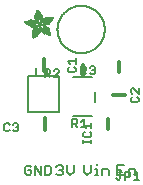
<source format=gbr>
G04 EAGLE Gerber RS-274X export*
G75*
%MOMM*%
%FSLAX34Y34*%
%LPD*%
%INSilkscreen Top*%
%IPPOS*%
%AMOC8*
5,1,8,0,0,1.08239X$1,22.5*%
G01*
%ADD10C,0.127000*%
%ADD11C,0.152400*%
%ADD12C,0.304800*%
%ADD13C,0.203200*%
%ADD14R,0.003800X0.034300*%
%ADD15R,0.003800X0.057200*%
%ADD16R,0.003800X0.076200*%
%ADD17R,0.003800X0.091400*%
%ADD18R,0.003800X0.102900*%
%ADD19R,0.003900X0.114300*%
%ADD20R,0.003800X0.129500*%
%ADD21R,0.003800X0.137200*%
%ADD22R,0.003800X0.144800*%
%ADD23R,0.003800X0.152400*%
%ADD24R,0.003800X0.160000*%
%ADD25R,0.003800X0.171500*%
%ADD26R,0.003800X0.175300*%
%ADD27R,0.003800X0.182900*%
%ADD28R,0.003800X0.190500*%
%ADD29R,0.003900X0.194300*%
%ADD30R,0.003800X0.201900*%
%ADD31R,0.003800X0.209500*%
%ADD32R,0.003800X0.213400*%
%ADD33R,0.003800X0.221000*%
%ADD34R,0.003800X0.224800*%
%ADD35R,0.003800X0.232400*%
%ADD36R,0.003800X0.240000*%
%ADD37R,0.003800X0.243800*%
%ADD38R,0.003800X0.247600*%
%ADD39R,0.003900X0.255300*%
%ADD40R,0.003800X0.259100*%
%ADD41R,0.003800X0.262900*%
%ADD42R,0.003800X0.270500*%
%ADD43R,0.003800X0.274300*%
%ADD44R,0.003800X0.281900*%
%ADD45R,0.003800X0.285700*%
%ADD46R,0.003800X0.289500*%
%ADD47R,0.003800X0.297200*%
%ADD48R,0.003800X0.301000*%
%ADD49R,0.003900X0.304800*%
%ADD50R,0.003800X0.312400*%
%ADD51R,0.003800X0.316200*%
%ADD52R,0.003800X0.320000*%
%ADD53R,0.003800X0.327600*%
%ADD54R,0.003800X0.331500*%
%ADD55R,0.003800X0.339100*%
%ADD56R,0.003800X0.342900*%
%ADD57R,0.003800X0.346700*%
%ADD58R,0.003800X0.354300*%
%ADD59R,0.003900X0.358100*%
%ADD60R,0.003800X0.361900*%
%ADD61R,0.003800X0.369600*%
%ADD62R,0.003800X0.373400*%
%ADD63R,0.003800X0.377200*%
%ADD64R,0.003800X0.384800*%
%ADD65R,0.003800X0.388600*%
%ADD66R,0.003800X0.396200*%
%ADD67R,0.003800X0.400000*%
%ADD68R,0.003800X0.403800*%
%ADD69R,0.003900X0.411500*%
%ADD70R,0.003800X0.415300*%
%ADD71R,0.003800X0.419100*%
%ADD72R,0.003800X0.045700*%
%ADD73R,0.003800X0.426700*%
%ADD74R,0.003800X0.072400*%
%ADD75R,0.003800X0.430500*%
%ADD76R,0.003800X0.095300*%
%ADD77R,0.003800X0.438100*%
%ADD78R,0.003800X0.110500*%
%ADD79R,0.003800X0.441900*%
%ADD80R,0.003800X0.445800*%
%ADD81R,0.003800X0.144700*%
%ADD82R,0.003800X0.453400*%
%ADD83R,0.003800X0.457200*%
%ADD84R,0.003900X0.175300*%
%ADD85R,0.003900X0.461000*%
%ADD86R,0.003800X0.468600*%
%ADD87R,0.003800X0.205800*%
%ADD88R,0.003800X0.472400*%
%ADD89R,0.003800X0.217200*%
%ADD90R,0.003800X0.476200*%
%ADD91R,0.003800X0.483900*%
%ADD92R,0.003800X0.247700*%
%ADD93R,0.003800X0.487700*%
%ADD94R,0.003800X0.495300*%
%ADD95R,0.003800X0.499100*%
%ADD96R,0.003800X0.502900*%
%ADD97R,0.003800X0.510500*%
%ADD98R,0.003900X0.308600*%
%ADD99R,0.003900X0.514300*%
%ADD100R,0.003800X0.323800*%
%ADD101R,0.003800X0.518100*%
%ADD102R,0.003800X0.335300*%
%ADD103R,0.003800X0.525800*%
%ADD104R,0.003800X0.529600*%
%ADD105R,0.003800X0.358100*%
%ADD106R,0.003800X0.533400*%
%ADD107R,0.003800X0.537200*%
%ADD108R,0.003800X0.381000*%
%ADD109R,0.003800X0.544800*%
%ADD110R,0.003800X0.392400*%
%ADD111R,0.003800X0.548600*%
%ADD112R,0.003800X0.552400*%
%ADD113R,0.003800X0.556200*%
%ADD114R,0.003900X0.422900*%
%ADD115R,0.003900X0.560100*%
%ADD116R,0.003800X0.434300*%
%ADD117R,0.003800X0.563900*%
%ADD118R,0.003800X0.567700*%
%ADD119R,0.003800X0.461000*%
%ADD120R,0.003800X0.571500*%
%ADD121R,0.003800X0.575300*%
%ADD122R,0.003800X0.480100*%
%ADD123R,0.003800X0.579100*%
%ADD124R,0.003800X0.491500*%
%ADD125R,0.003800X0.582900*%
%ADD126R,0.003800X0.586700*%
%ADD127R,0.003800X0.510600*%
%ADD128R,0.003800X0.590500*%
%ADD129R,0.003800X0.522000*%
%ADD130R,0.003800X0.594300*%
%ADD131R,0.003900X0.533400*%
%ADD132R,0.003900X0.598200*%
%ADD133R,0.003800X0.541000*%
%ADD134R,0.003800X0.602000*%
%ADD135R,0.003800X0.552500*%
%ADD136R,0.003800X0.605800*%
%ADD137R,0.003800X0.560100*%
%ADD138R,0.003800X0.609600*%
%ADD139R,0.003800X0.613400*%
%ADD140R,0.003800X0.583000*%
%ADD141R,0.003800X0.617200*%
%ADD142R,0.003800X0.594400*%
%ADD143R,0.003800X0.621000*%
%ADD144R,0.003800X0.598200*%
%ADD145R,0.003800X0.624800*%
%ADD146R,0.003900X0.613500*%
%ADD147R,0.003900X0.628600*%
%ADD148R,0.003800X0.632400*%
%ADD149R,0.003800X0.628600*%
%ADD150R,0.003800X0.636300*%
%ADD151R,0.003800X0.640100*%
%ADD152R,0.003800X0.636200*%
%ADD153R,0.003800X0.643900*%
%ADD154R,0.003800X0.647700*%
%ADD155R,0.003800X0.651500*%
%ADD156R,0.003800X0.659100*%
%ADD157R,0.003900X0.659100*%
%ADD158R,0.003900X0.655300*%
%ADD159R,0.003800X0.662900*%
%ADD160R,0.003800X0.655300*%
%ADD161R,0.003800X0.670500*%
%ADD162R,0.003800X0.670600*%
%ADD163R,0.003800X0.674400*%
%ADD164R,0.003800X0.682000*%
%ADD165R,0.003800X0.666700*%
%ADD166R,0.003800X0.685800*%
%ADD167R,0.003800X0.689600*%
%ADD168R,0.003900X0.693400*%
%ADD169R,0.003900X0.674400*%
%ADD170R,0.003800X0.697200*%
%ADD171R,0.003800X0.678200*%
%ADD172R,0.003800X0.697300*%
%ADD173R,0.003800X0.701100*%
%ADD174R,0.003800X0.704900*%
%ADD175R,0.003800X0.708700*%
%ADD176R,0.003800X0.712500*%
%ADD177R,0.003800X0.716300*%
%ADD178R,0.003900X0.720100*%
%ADD179R,0.003900X0.689600*%
%ADD180R,0.003800X0.720000*%
%ADD181R,0.003800X0.693400*%
%ADD182R,0.003800X0.723900*%
%ADD183R,0.003800X0.727700*%
%ADD184R,0.003800X0.731500*%
%ADD185R,0.003800X0.701000*%
%ADD186R,0.003800X0.735300*%
%ADD187R,0.003900X0.731500*%
%ADD188R,0.003900X0.701000*%
%ADD189R,0.003800X0.704800*%
%ADD190R,0.003800X0.739100*%
%ADD191R,0.003800X0.743000*%
%ADD192R,0.003800X0.739200*%
%ADD193R,0.003900X0.743000*%
%ADD194R,0.003900X0.704800*%
%ADD195R,0.003800X0.746800*%
%ADD196R,0.003900X0.746800*%
%ADD197R,0.003800X0.742900*%
%ADD198R,0.003800X0.746700*%
%ADD199R,0.003900X0.746700*%
%ADD200R,0.003800X1.428800*%
%ADD201R,0.003800X1.424900*%
%ADD202R,0.003900X1.421100*%
%ADD203R,0.003800X1.421100*%
%ADD204R,0.003800X1.417300*%
%ADD205R,0.003800X1.413500*%
%ADD206R,0.003800X1.409700*%
%ADD207R,0.003800X1.405900*%
%ADD208R,0.003800X1.402100*%
%ADD209R,0.003800X1.398300*%
%ADD210R,0.003900X0.983000*%
%ADD211R,0.003900X0.384800*%
%ADD212R,0.003800X0.971600*%
%ADD213R,0.003800X0.963900*%
%ADD214R,0.003800X0.956300*%
%ADD215R,0.003800X0.365800*%
%ADD216R,0.003800X0.952500*%
%ADD217R,0.003800X0.941000*%
%ADD218R,0.003800X0.358200*%
%ADD219R,0.003800X0.937200*%
%ADD220R,0.003800X0.933400*%
%ADD221R,0.003800X0.354400*%
%ADD222R,0.003800X0.925800*%
%ADD223R,0.003800X0.350500*%
%ADD224R,0.003800X0.922000*%
%ADD225R,0.003900X0.918200*%
%ADD226R,0.003900X0.346700*%
%ADD227R,0.003800X0.910600*%
%ADD228R,0.003800X0.906800*%
%ADD229R,0.003800X0.903000*%
%ADD230R,0.003800X0.339000*%
%ADD231R,0.003800X0.895300*%
%ADD232R,0.003800X0.335200*%
%ADD233R,0.003800X0.887700*%
%ADD234R,0.003800X0.883900*%
%ADD235R,0.003800X0.331400*%
%ADD236R,0.003800X0.880100*%
%ADD237R,0.003800X0.876300*%
%ADD238R,0.003900X0.468600*%
%ADD239R,0.003900X0.396200*%
%ADD240R,0.003900X0.323800*%
%ADD241R,0.003800X0.449600*%
%ADD242R,0.003800X0.323900*%
%ADD243R,0.003800X0.442000*%
%ADD244R,0.003800X0.434400*%
%ADD245R,0.003800X0.320100*%
%ADD246R,0.003800X0.316300*%
%ADD247R,0.003800X0.426800*%
%ADD248R,0.003800X0.327700*%
%ADD249R,0.003800X0.312500*%
%ADD250R,0.003800X0.422900*%
%ADD251R,0.003800X0.308600*%
%ADD252R,0.003800X0.293400*%
%ADD253R,0.003800X0.304800*%
%ADD254R,0.003900X0.419100*%
%ADD255R,0.003900X0.285700*%
%ADD256R,0.003900X0.301000*%
%ADD257R,0.003800X0.411500*%
%ADD258R,0.003800X0.407700*%
%ADD259R,0.003800X0.289600*%
%ADD260R,0.003800X0.285800*%
%ADD261R,0.003800X0.403900*%
%ADD262R,0.003800X0.228600*%
%ADD263R,0.003900X0.403900*%
%ADD264R,0.003900X0.221000*%
%ADD265R,0.003900X0.278100*%
%ADD266R,0.003800X0.400100*%
%ADD267R,0.003800X0.209600*%
%ADD268R,0.003800X0.266700*%
%ADD269R,0.003800X0.038100*%
%ADD270R,0.003800X0.194300*%
%ADD271R,0.003800X0.148600*%
%ADD272R,0.003800X0.259000*%
%ADD273R,0.003800X0.182800*%
%ADD274R,0.003800X0.186700*%
%ADD275R,0.003800X0.251400*%
%ADD276R,0.003800X0.179100*%
%ADD277R,0.003800X0.236200*%
%ADD278R,0.003900X0.243900*%
%ADD279R,0.003900X0.282000*%
%ADD280R,0.003800X0.167700*%
%ADD281R,0.003800X0.236300*%
%ADD282R,0.003800X0.396300*%
%ADD283R,0.003800X0.163900*%
%ADD284R,0.003800X0.392500*%
%ADD285R,0.003800X0.160100*%
%ADD286R,0.003800X0.586800*%
%ADD287R,0.003800X0.148500*%
%ADD288R,0.003800X0.140900*%
%ADD289R,0.003900X0.392400*%
%ADD290R,0.003900X0.140900*%
%ADD291R,0.003900X0.647700*%
%ADD292R,0.003800X0.133300*%
%ADD293R,0.003800X0.674300*%
%ADD294R,0.003800X0.388700*%
%ADD295R,0.003800X0.125700*%
%ADD296R,0.003800X0.121900*%
%ADD297R,0.003800X0.720100*%
%ADD298R,0.003800X0.118100*%
%ADD299R,0.003900X0.118100*%
%ADD300R,0.003900X0.739100*%
%ADD301R,0.003800X0.114300*%
%ADD302R,0.003800X0.754400*%
%ADD303R,0.003800X0.765800*%
%ADD304R,0.003800X0.773400*%
%ADD305R,0.003800X0.784800*%
%ADD306R,0.003800X0.118200*%
%ADD307R,0.003800X0.792500*%
%ADD308R,0.003800X0.803900*%
%ADD309R,0.003800X0.122000*%
%ADD310R,0.003800X0.815400*%
%ADD311R,0.003800X0.125800*%
%ADD312R,0.003800X0.826800*%
%ADD313R,0.003900X0.369500*%
%ADD314R,0.003900X0.133400*%
%ADD315R,0.003900X0.842000*%
%ADD316R,0.003800X0.365700*%
%ADD317R,0.003800X1.009700*%
%ADD318R,0.003800X1.013500*%
%ADD319R,0.003800X0.362000*%
%ADD320R,0.003800X1.024900*%
%ADD321R,0.003800X1.028700*%
%ADD322R,0.003800X1.036300*%
%ADD323R,0.003800X1.047800*%
%ADD324R,0.003800X1.055400*%
%ADD325R,0.003800X1.070600*%
%ADD326R,0.003800X0.030500*%
%ADD327R,0.003800X1.436400*%
%ADD328R,0.003900X1.562100*%
%ADD329R,0.003800X1.588700*%
%ADD330R,0.003800X1.607800*%
%ADD331R,0.003800X1.626900*%
%ADD332R,0.003800X1.642100*%
%ADD333R,0.003800X1.657400*%
%ADD334R,0.003800X1.676400*%
%ADD335R,0.003800X1.687800*%
%ADD336R,0.003800X1.703000*%
%ADD337R,0.003800X1.714500*%
%ADD338R,0.003900X1.726000*%
%ADD339R,0.003800X1.741200*%
%ADD340R,0.003800X0.914400*%
%ADD341R,0.003800X0.769600*%
%ADD342R,0.003800X0.884000*%
%ADD343R,0.003800X0.712400*%
%ADD344R,0.003900X0.880100*%
%ADD345R,0.003800X0.887800*%
%ADD346R,0.003800X0.891600*%
%ADD347R,0.003800X0.895400*%
%ADD348R,0.003800X0.251500*%
%ADD349R,0.003900X0.579200*%
%ADD350R,0.003800X0.243900*%
%ADD351R,0.003800X0.556300*%
%ADD352R,0.003800X0.255200*%
%ADD353R,0.003800X0.529500*%
%ADD354R,0.003800X0.731600*%
%ADD355R,0.003900X0.525800*%
%ADD356R,0.003900X0.281900*%
%ADD357R,0.003900X0.735400*%
%ADD358R,0.003800X0.300900*%
%ADD359R,0.003800X0.762000*%
%ADD360R,0.003800X0.518200*%
%ADD361R,0.003800X0.350600*%
%ADD362R,0.003800X0.796300*%
%ADD363R,0.003800X0.807800*%
%ADD364R,0.003800X0.506700*%
%ADD365R,0.003800X0.849600*%
%ADD366R,0.003900X0.506700*%
%ADD367R,0.003900X1.371600*%
%ADD368R,0.003800X1.207800*%
%ADD369R,0.003800X0.503000*%
%ADD370R,0.003800X0.141000*%
%ADD371R,0.003800X1.203900*%
%ADD372R,0.003800X1.204000*%
%ADD373R,0.003800X1.200200*%
%ADD374R,0.003900X0.499100*%
%ADD375R,0.003900X0.156200*%
%ADD376R,0.003900X1.196400*%
%ADD377R,0.003800X1.196400*%
%ADD378R,0.003800X0.163800*%
%ADD379R,0.003800X0.167600*%
%ADD380R,0.003800X1.192500*%
%ADD381R,0.003800X0.499200*%
%ADD382R,0.003800X1.188700*%
%ADD383R,0.003800X0.506800*%
%ADD384R,0.003800X1.184900*%
%ADD385R,0.003900X0.510600*%
%ADD386R,0.003900X0.209600*%
%ADD387R,0.003900X1.181100*%
%ADD388R,0.003800X0.514400*%
%ADD389R,0.003800X1.181100*%
%ADD390R,0.003800X1.177300*%
%ADD391R,0.003800X0.240100*%
%ADD392R,0.003800X1.173500*%
%ADD393R,0.003800X1.169700*%
%ADD394R,0.003800X1.165900*%
%ADD395R,0.003800X1.162100*%
%ADD396R,0.003900X0.929700*%
%ADD397R,0.003900X1.162100*%
%ADD398R,0.003800X0.929700*%
%ADD399R,0.003800X1.154500*%
%ADD400R,0.003800X0.933500*%
%ADD401R,0.003800X1.150600*%
%ADD402R,0.003800X0.937300*%
%ADD403R,0.003800X1.146800*%
%ADD404R,0.003800X0.941100*%
%ADD405R,0.003800X1.139200*%
%ADD406R,0.003800X0.944900*%
%ADD407R,0.003800X1.135400*%
%ADD408R,0.003800X0.948700*%
%ADD409R,0.003800X1.127800*%
%ADD410R,0.003800X1.124000*%
%ADD411R,0.003800X1.116400*%
%ADD412R,0.003900X0.956300*%
%ADD413R,0.003900X1.104900*%
%ADD414R,0.003800X0.960100*%
%ADD415R,0.003800X1.093500*%
%ADD416R,0.003800X1.085900*%
%ADD417R,0.003800X0.967800*%
%ADD418R,0.003800X1.074500*%
%ADD419R,0.003800X1.063000*%
%ADD420R,0.003800X0.975400*%
%ADD421R,0.003800X1.036400*%
%ADD422R,0.003800X0.979200*%
%ADD423R,0.003800X1.021000*%
%ADD424R,0.003800X0.983000*%
%ADD425R,0.003800X1.009600*%
%ADD426R,0.003800X0.986800*%
%ADD427R,0.003800X0.998200*%
%ADD428R,0.003900X0.990600*%
%ADD429R,0.003900X0.986700*%
%ADD430R,0.003800X0.994400*%
%ADD431R,0.003800X0.975300*%
%ADD432R,0.003800X0.948600*%
%ADD433R,0.003800X1.002000*%
%ADD434R,0.003800X0.213300*%
%ADD435R,0.003800X0.217100*%
%ADD436R,0.003800X1.017300*%
%ADD437R,0.003800X0.666800*%
%ADD438R,0.003800X0.220900*%
%ADD439R,0.003900X1.028700*%
%ADD440R,0.003900X0.224700*%
%ADD441R,0.003800X1.032500*%
%ADD442R,0.003800X1.040100*%
%ADD443R,0.003800X1.043900*%
%ADD444R,0.003800X0.548700*%
%ADD445R,0.003800X1.051500*%
%ADD446R,0.003800X1.055300*%
%ADD447R,0.003800X1.059100*%
%ADD448R,0.003800X1.062900*%
%ADD449R,0.003800X0.255300*%
%ADD450R,0.003900X1.066800*%
%ADD451R,0.003900X0.259100*%
%ADD452R,0.003900X0.457200*%
%ADD453R,0.003800X0.423000*%
%ADD454R,0.003800X1.082100*%
%ADD455R,0.003800X0.274400*%
%ADD456R,0.003800X0.278200*%
%ADD457R,0.003800X1.101100*%
%ADD458R,0.003800X0.278100*%
%ADD459R,0.003900X0.876300*%
%ADD460R,0.003900X0.236200*%
%ADD461R,0.003900X0.289600*%
%ADD462R,0.003900X0.247700*%
%ADD463R,0.003800X0.049500*%
%ADD464R,0.003900X0.640100*%
%ADD465R,0.003800X0.659200*%
%ADD466R,0.003800X0.663000*%
%ADD467R,0.003900X0.872500*%
%ADD468R,0.003900X0.666800*%
%ADD469R,0.003800X0.872500*%
%ADD470R,0.003800X0.868700*%
%ADD471R,0.003800X0.864900*%
%ADD472R,0.003800X0.861100*%
%ADD473R,0.003800X0.857300*%
%ADD474R,0.003800X0.853400*%
%ADD475R,0.003800X0.845800*%
%ADD476R,0.003900X0.682000*%
%ADD477R,0.003800X0.842000*%
%ADD478R,0.003800X0.834400*%
%ADD479R,0.003800X0.823000*%
%ADD480R,0.003800X0.815300*%
%ADD481R,0.003800X0.811500*%
%ADD482R,0.003800X0.788700*%
%ADD483R,0.003900X0.777300*%
%ADD484R,0.003800X0.750600*%
%ADD485R,0.003800X0.735400*%
%ADD486R,0.003800X0.727800*%
%ADD487R,0.003800X0.628700*%
%ADD488R,0.003800X0.575400*%
%ADD489R,0.003900X0.670600*%
%ADD490R,0.003800X0.655400*%
%ADD491R,0.003900X0.651500*%
%ADD492R,0.003900X0.624800*%
%ADD493R,0.003900X0.594400*%
%ADD494R,0.003900X0.563900*%
%ADD495R,0.003800X0.541100*%
%ADD496R,0.003800X0.537300*%
%ADD497R,0.003800X0.525700*%
%ADD498R,0.003900X0.525700*%
%ADD499R,0.003800X0.514300*%
%ADD500R,0.003900X0.480100*%
%ADD501R,0.003800X0.464800*%
%ADD502R,0.003900X0.442000*%
%ADD503R,0.003800X0.438200*%
%ADD504R,0.003800X0.430600*%
%ADD505R,0.003800X0.407600*%
%ADD506R,0.003900X0.403800*%
%ADD507R,0.003900X0.365700*%
%ADD508R,0.003900X0.327700*%
%ADD509R,0.003900X0.243800*%
%ADD510R,0.003900X0.205800*%
%ADD511R,0.003800X0.198100*%
%ADD512R,0.003900X0.163800*%
%ADD513R,0.003800X0.137100*%
%ADD514R,0.003900X0.091500*%
%ADD515R,0.003800X0.060900*%


D10*
X8681Y10165D02*
X7410Y11437D01*
X4867Y11437D01*
X3596Y10165D01*
X3596Y5081D01*
X4867Y3810D01*
X7410Y3810D01*
X8681Y5081D01*
X8681Y7623D01*
X6138Y7623D01*
X11782Y3810D02*
X11782Y11437D01*
X16866Y3810D01*
X16866Y11437D01*
X19968Y11437D02*
X19968Y3810D01*
X23781Y3810D01*
X25052Y5081D01*
X25052Y10165D01*
X23781Y11437D01*
X19968Y11437D01*
D11*
X29507Y10505D02*
X30947Y11945D01*
X33829Y11945D01*
X35269Y10505D01*
X35269Y9064D01*
X33829Y7624D01*
X32388Y7624D01*
X33829Y7624D02*
X35269Y6183D01*
X35269Y4743D01*
X33829Y3302D01*
X30947Y3302D01*
X29507Y4743D01*
X38862Y6183D02*
X38862Y11945D01*
X38862Y6183D02*
X41743Y3302D01*
X44624Y6183D01*
X44624Y11945D01*
X53058Y11945D02*
X53058Y6183D01*
X55940Y3302D01*
X58821Y6183D01*
X58821Y11945D01*
X62414Y9064D02*
X63854Y9064D01*
X63854Y3302D01*
X62414Y3302D02*
X65295Y3302D01*
X63854Y11945D02*
X63854Y13386D01*
X68650Y9064D02*
X68650Y3302D01*
X68650Y9064D02*
X72972Y9064D01*
X74413Y7624D01*
X74413Y3302D01*
X81577Y11945D02*
X87339Y11945D01*
X81577Y11945D02*
X81577Y3302D01*
X87339Y3302D01*
X84458Y7624D02*
X81577Y7624D01*
X90932Y9064D02*
X90932Y3302D01*
X90932Y9064D02*
X95254Y9064D01*
X96694Y7624D01*
X96694Y3302D01*
D10*
X6050Y57390D02*
X6050Y87390D01*
X32050Y87390D01*
X32050Y57390D01*
X6050Y57390D01*
D11*
X12652Y87932D02*
X12652Y94542D01*
X12652Y87932D02*
X17058Y87932D01*
X20136Y92338D02*
X22339Y94542D01*
X22339Y87932D01*
X20136Y87932D02*
X24543Y87932D01*
D12*
X19050Y91440D02*
X19050Y101600D01*
D11*
X39491Y93874D02*
X40593Y94975D01*
X39491Y93874D02*
X39491Y91670D01*
X40593Y90569D01*
X44999Y90569D01*
X46101Y91670D01*
X46101Y93874D01*
X44999Y94975D01*
X41695Y98053D02*
X39491Y100256D01*
X46101Y100256D01*
X46101Y98053D02*
X46101Y102459D01*
D12*
X77470Y71120D02*
X87630Y71120D01*
D11*
X92831Y68474D02*
X93933Y69575D01*
X92831Y68474D02*
X92831Y66270D01*
X93933Y65169D01*
X98339Y65169D01*
X99441Y66270D01*
X99441Y68474D01*
X98339Y69575D01*
X99441Y72653D02*
X99441Y77059D01*
X99441Y72653D02*
X95035Y77059D01*
X93933Y77059D01*
X92831Y75958D01*
X92831Y73754D01*
X93933Y72653D01*
D13*
X30800Y127000D02*
X30806Y127491D01*
X30824Y127981D01*
X30854Y128471D01*
X30896Y128960D01*
X30950Y129448D01*
X31016Y129935D01*
X31094Y130419D01*
X31184Y130902D01*
X31286Y131382D01*
X31399Y131860D01*
X31524Y132334D01*
X31661Y132806D01*
X31809Y133274D01*
X31969Y133738D01*
X32140Y134198D01*
X32322Y134654D01*
X32516Y135105D01*
X32720Y135551D01*
X32936Y135992D01*
X33162Y136428D01*
X33398Y136858D01*
X33645Y137282D01*
X33903Y137700D01*
X34171Y138111D01*
X34448Y138516D01*
X34736Y138914D01*
X35033Y139305D01*
X35340Y139688D01*
X35656Y140063D01*
X35981Y140431D01*
X36315Y140791D01*
X36658Y141142D01*
X37009Y141485D01*
X37369Y141819D01*
X37737Y142144D01*
X38112Y142460D01*
X38495Y142767D01*
X38886Y143064D01*
X39284Y143352D01*
X39689Y143629D01*
X40100Y143897D01*
X40518Y144155D01*
X40942Y144402D01*
X41372Y144638D01*
X41808Y144864D01*
X42249Y145080D01*
X42695Y145284D01*
X43146Y145478D01*
X43602Y145660D01*
X44062Y145831D01*
X44526Y145991D01*
X44994Y146139D01*
X45466Y146276D01*
X45940Y146401D01*
X46418Y146514D01*
X46898Y146616D01*
X47381Y146706D01*
X47865Y146784D01*
X48352Y146850D01*
X48840Y146904D01*
X49329Y146946D01*
X49819Y146976D01*
X50309Y146994D01*
X50800Y147000D01*
X51291Y146994D01*
X51781Y146976D01*
X52271Y146946D01*
X52760Y146904D01*
X53248Y146850D01*
X53735Y146784D01*
X54219Y146706D01*
X54702Y146616D01*
X55182Y146514D01*
X55660Y146401D01*
X56134Y146276D01*
X56606Y146139D01*
X57074Y145991D01*
X57538Y145831D01*
X57998Y145660D01*
X58454Y145478D01*
X58905Y145284D01*
X59351Y145080D01*
X59792Y144864D01*
X60228Y144638D01*
X60658Y144402D01*
X61082Y144155D01*
X61500Y143897D01*
X61911Y143629D01*
X62316Y143352D01*
X62714Y143064D01*
X63105Y142767D01*
X63488Y142460D01*
X63863Y142144D01*
X64231Y141819D01*
X64591Y141485D01*
X64942Y141142D01*
X65285Y140791D01*
X65619Y140431D01*
X65944Y140063D01*
X66260Y139688D01*
X66567Y139305D01*
X66864Y138914D01*
X67152Y138516D01*
X67429Y138111D01*
X67697Y137700D01*
X67955Y137282D01*
X68202Y136858D01*
X68438Y136428D01*
X68664Y135992D01*
X68880Y135551D01*
X69084Y135105D01*
X69278Y134654D01*
X69460Y134198D01*
X69631Y133738D01*
X69791Y133274D01*
X69939Y132806D01*
X70076Y132334D01*
X70201Y131860D01*
X70314Y131382D01*
X70416Y130902D01*
X70506Y130419D01*
X70584Y129935D01*
X70650Y129448D01*
X70704Y128960D01*
X70746Y128471D01*
X70776Y127981D01*
X70794Y127491D01*
X70800Y127000D01*
X70794Y126509D01*
X70776Y126019D01*
X70746Y125529D01*
X70704Y125040D01*
X70650Y124552D01*
X70584Y124065D01*
X70506Y123581D01*
X70416Y123098D01*
X70314Y122618D01*
X70201Y122140D01*
X70076Y121666D01*
X69939Y121194D01*
X69791Y120726D01*
X69631Y120262D01*
X69460Y119802D01*
X69278Y119346D01*
X69084Y118895D01*
X68880Y118449D01*
X68664Y118008D01*
X68438Y117572D01*
X68202Y117142D01*
X67955Y116718D01*
X67697Y116300D01*
X67429Y115889D01*
X67152Y115484D01*
X66864Y115086D01*
X66567Y114695D01*
X66260Y114312D01*
X65944Y113937D01*
X65619Y113569D01*
X65285Y113209D01*
X64942Y112858D01*
X64591Y112515D01*
X64231Y112181D01*
X63863Y111856D01*
X63488Y111540D01*
X63105Y111233D01*
X62714Y110936D01*
X62316Y110648D01*
X61911Y110371D01*
X61500Y110103D01*
X61082Y109845D01*
X60658Y109598D01*
X60228Y109362D01*
X59792Y109136D01*
X59351Y108920D01*
X58905Y108716D01*
X58454Y108522D01*
X57998Y108340D01*
X57538Y108169D01*
X57074Y108009D01*
X56606Y107861D01*
X56134Y107724D01*
X55660Y107599D01*
X55182Y107486D01*
X54702Y107384D01*
X54219Y107294D01*
X53735Y107216D01*
X53248Y107150D01*
X52760Y107096D01*
X52271Y107054D01*
X51781Y107024D01*
X51291Y107006D01*
X50800Y107000D01*
X50309Y107006D01*
X49819Y107024D01*
X49329Y107054D01*
X48840Y107096D01*
X48352Y107150D01*
X47865Y107216D01*
X47381Y107294D01*
X46898Y107384D01*
X46418Y107486D01*
X45940Y107599D01*
X45466Y107724D01*
X44994Y107861D01*
X44526Y108009D01*
X44062Y108169D01*
X43602Y108340D01*
X43146Y108522D01*
X42695Y108716D01*
X42249Y108920D01*
X41808Y109136D01*
X41372Y109362D01*
X40942Y109598D01*
X40518Y109845D01*
X40100Y110103D01*
X39689Y110371D01*
X39284Y110648D01*
X38886Y110936D01*
X38495Y111233D01*
X38112Y111540D01*
X37737Y111856D01*
X37369Y112181D01*
X37009Y112515D01*
X36658Y112858D01*
X36315Y113209D01*
X35981Y113569D01*
X35656Y113937D01*
X35340Y114312D01*
X35033Y114695D01*
X34736Y115086D01*
X34448Y115484D01*
X34171Y115889D01*
X33903Y116300D01*
X33645Y116718D01*
X33398Y117142D01*
X33162Y117572D01*
X32936Y118008D01*
X32720Y118449D01*
X32516Y118895D01*
X32322Y119346D01*
X32140Y119802D01*
X31969Y120262D01*
X31809Y120726D01*
X31661Y121194D01*
X31524Y121666D01*
X31399Y122140D01*
X31286Y122618D01*
X31184Y123098D01*
X31094Y123581D01*
X31016Y124065D01*
X30950Y124552D01*
X30896Y125040D01*
X30854Y125529D01*
X30824Y126019D01*
X30806Y126509D01*
X30800Y127000D01*
D14*
X27940Y136449D03*
D15*
X27902Y136449D03*
D16*
X27864Y136430D03*
D17*
X27826Y136430D03*
D18*
X27788Y136449D03*
D19*
X27750Y136430D03*
D20*
X27711Y136430D03*
D21*
X27673Y136430D03*
D22*
X27635Y136430D03*
D23*
X27597Y136392D03*
D24*
X27559Y136392D03*
D25*
X27521Y136373D03*
D26*
X27483Y136354D03*
D27*
X27445Y136354D03*
D28*
X27407Y136316D03*
D29*
X27369Y136297D03*
D30*
X27330Y136297D03*
D31*
X27292Y136259D03*
D32*
X27254Y136239D03*
D33*
X27216Y136201D03*
D34*
X27178Y136182D03*
D35*
X27140Y136182D03*
D36*
X27102Y136144D03*
D37*
X27064Y136125D03*
D38*
X27026Y136106D03*
D39*
X26988Y136068D03*
D40*
X26949Y136049D03*
D41*
X26911Y136030D03*
D42*
X26873Y135992D03*
D43*
X26835Y135973D03*
D44*
X26797Y135935D03*
D45*
X26759Y135916D03*
D46*
X26721Y135897D03*
D47*
X26683Y135858D03*
D48*
X26645Y135839D03*
D49*
X26607Y135820D03*
D50*
X26568Y135782D03*
D51*
X26530Y135763D03*
D52*
X26492Y135744D03*
D53*
X26454Y135706D03*
D54*
X26416Y135687D03*
D55*
X26378Y135649D03*
D56*
X26340Y135630D03*
D57*
X26302Y135611D03*
D58*
X26264Y135573D03*
D59*
X26226Y135554D03*
D60*
X26187Y135535D03*
D61*
X26149Y135496D03*
D62*
X26111Y135477D03*
D63*
X26073Y135458D03*
D64*
X26035Y135420D03*
D65*
X25997Y135401D03*
D66*
X25959Y135363D03*
D67*
X25921Y135344D03*
D68*
X25883Y135325D03*
D69*
X25845Y135287D03*
D70*
X25806Y135268D03*
D71*
X25768Y135249D03*
D72*
X25730Y122486D03*
D73*
X25730Y135211D03*
D74*
X25692Y122504D03*
D75*
X25692Y135192D03*
D76*
X25654Y122543D03*
D77*
X25654Y135154D03*
D78*
X25616Y122581D03*
D79*
X25616Y135135D03*
D20*
X25578Y122600D03*
D80*
X25578Y135115D03*
D81*
X25540Y122638D03*
D82*
X25540Y135077D03*
D24*
X25502Y122676D03*
D83*
X25502Y135058D03*
D84*
X25464Y122714D03*
D85*
X25464Y135039D03*
D28*
X25425Y122752D03*
D86*
X25425Y135001D03*
D87*
X25387Y122790D03*
D88*
X25387Y134982D03*
D89*
X25349Y122847D03*
D90*
X25349Y134963D03*
D35*
X25311Y122885D03*
D91*
X25311Y134925D03*
D92*
X25273Y122924D03*
D93*
X25273Y134906D03*
D40*
X25235Y122981D03*
D94*
X25235Y134868D03*
D43*
X25197Y123019D03*
D95*
X25197Y134849D03*
D45*
X25159Y123076D03*
D96*
X25159Y134830D03*
D47*
X25121Y123133D03*
D97*
X25121Y134792D03*
D98*
X25083Y123190D03*
D99*
X25083Y134773D03*
D100*
X25044Y123228D03*
D101*
X25044Y134754D03*
D102*
X25006Y123286D03*
D103*
X25006Y134715D03*
D57*
X24968Y123343D03*
D104*
X24968Y134696D03*
D105*
X24930Y123400D03*
D106*
X24930Y134677D03*
D61*
X24892Y123457D03*
D107*
X24892Y134658D03*
D108*
X24854Y123514D03*
D109*
X24854Y134620D03*
D110*
X24816Y123571D03*
D111*
X24816Y134601D03*
D68*
X24778Y123628D03*
D112*
X24778Y134582D03*
D70*
X24740Y123686D03*
D113*
X24740Y134563D03*
D114*
X24702Y123762D03*
D115*
X24702Y134544D03*
D116*
X24663Y123819D03*
D117*
X24663Y134525D03*
D80*
X24625Y123876D03*
D118*
X24625Y134506D03*
D119*
X24587Y123952D03*
D120*
X24587Y134487D03*
D88*
X24549Y124009D03*
D121*
X24549Y134468D03*
D122*
X24511Y124086D03*
D123*
X24511Y134449D03*
D124*
X24473Y124143D03*
D125*
X24473Y134430D03*
D96*
X24435Y124200D03*
D126*
X24435Y134411D03*
D127*
X24397Y124276D03*
D128*
X24397Y134392D03*
D129*
X24359Y124333D03*
D130*
X24359Y134373D03*
D131*
X24321Y124390D03*
D132*
X24321Y134353D03*
D133*
X24282Y124466D03*
D134*
X24282Y134334D03*
D135*
X24244Y124524D03*
D136*
X24244Y134315D03*
D137*
X24206Y124562D03*
D136*
X24206Y134315D03*
D120*
X24168Y124619D03*
D138*
X24168Y134296D03*
D121*
X24130Y124676D03*
D139*
X24130Y134277D03*
D140*
X24092Y124714D03*
D141*
X24092Y134258D03*
D142*
X24054Y124771D03*
D143*
X24054Y134239D03*
D144*
X24016Y124828D03*
D143*
X24016Y134239D03*
D136*
X23978Y124866D03*
D145*
X23978Y134220D03*
D146*
X23940Y124905D03*
D147*
X23940Y134201D03*
D139*
X23901Y124943D03*
D148*
X23901Y134182D03*
D143*
X23863Y124981D03*
D148*
X23863Y134182D03*
D149*
X23825Y125019D03*
D150*
X23825Y134163D03*
D148*
X23787Y125076D03*
D151*
X23787Y134144D03*
D152*
X23749Y125095D03*
D153*
X23749Y134125D03*
X23711Y125134D03*
X23711Y134125D03*
D154*
X23673Y125191D03*
X23673Y134106D03*
D155*
X23635Y125210D03*
X23635Y134087D03*
D156*
X23597Y125248D03*
D155*
X23597Y134087D03*
D157*
X23559Y125286D03*
D158*
X23559Y134068D03*
D159*
X23520Y125305D03*
D160*
X23520Y134068D03*
D161*
X23482Y125343D03*
D156*
X23482Y134049D03*
D162*
X23444Y125381D03*
D159*
X23444Y134030D03*
D163*
X23406Y125400D03*
D159*
X23406Y134030D03*
D164*
X23368Y125438D03*
D165*
X23368Y134011D03*
D164*
X23330Y125476D03*
D165*
X23330Y134011D03*
D166*
X23292Y125495D03*
D161*
X23292Y133992D03*
D167*
X23254Y125514D03*
D161*
X23254Y133992D03*
D167*
X23216Y125552D03*
D163*
X23216Y133972D03*
D168*
X23178Y125571D03*
D169*
X23178Y133972D03*
D170*
X23139Y125590D03*
D171*
X23139Y133953D03*
D172*
X23101Y125629D03*
D171*
X23101Y133953D03*
D173*
X23063Y125648D03*
D171*
X23063Y133953D03*
D174*
X23025Y125667D03*
D164*
X23025Y133934D03*
D174*
X22987Y125705D03*
D164*
X22987Y133934D03*
D175*
X22949Y125724D03*
D166*
X22949Y133915D03*
D176*
X22911Y125743D03*
D166*
X22911Y133915D03*
D176*
X22873Y125781D03*
D166*
X22873Y133915D03*
D177*
X22835Y125800D03*
D167*
X22835Y133896D03*
D178*
X22797Y125819D03*
D179*
X22797Y133896D03*
D180*
X22758Y125857D03*
D181*
X22758Y133877D03*
D182*
X22720Y125877D03*
D181*
X22720Y133877D03*
D182*
X22682Y125877D03*
D181*
X22682Y133877D03*
D182*
X22644Y125915D03*
D181*
X22644Y133877D03*
D183*
X22606Y125934D03*
D170*
X22606Y133858D03*
D184*
X22568Y125953D03*
D170*
X22568Y133858D03*
D183*
X22530Y125972D03*
D170*
X22530Y133858D03*
D184*
X22492Y125991D03*
D185*
X22492Y133839D03*
D186*
X22454Y126010D03*
D185*
X22454Y133839D03*
D187*
X22416Y126029D03*
D188*
X22416Y133839D03*
D186*
X22377Y126048D03*
D185*
X22377Y133839D03*
D186*
X22339Y126048D03*
D189*
X22339Y133820D03*
D186*
X22301Y126086D03*
D185*
X22301Y133801D03*
D190*
X22263Y126105D03*
D185*
X22263Y133801D03*
D190*
X22225Y126105D03*
D185*
X22225Y133801D03*
D190*
X22187Y126143D03*
D185*
X22187Y133801D03*
D190*
X22149Y126143D03*
D185*
X22149Y133801D03*
D191*
X22111Y126162D03*
D189*
X22111Y133782D03*
D192*
X22073Y126181D03*
D189*
X22073Y133782D03*
D193*
X22035Y126200D03*
D194*
X22035Y133782D03*
D191*
X21996Y126200D03*
D189*
X21996Y133782D03*
D191*
X21958Y126238D03*
D189*
X21958Y133782D03*
D191*
X21920Y126238D03*
D189*
X21920Y133782D03*
D191*
X21882Y126238D03*
D189*
X21882Y133782D03*
D191*
X21844Y126276D03*
D185*
X21844Y133763D03*
D191*
X21806Y126276D03*
D185*
X21806Y133763D03*
D195*
X21768Y126295D03*
D185*
X21768Y133763D03*
D191*
X21730Y126314D03*
D185*
X21730Y133763D03*
D191*
X21692Y126314D03*
D185*
X21692Y133763D03*
D196*
X21654Y126333D03*
D188*
X21654Y133763D03*
D197*
X21615Y126353D03*
D185*
X21615Y133763D03*
D197*
X21577Y126353D03*
D170*
X21577Y133744D03*
D198*
X21539Y126372D03*
D170*
X21539Y133744D03*
D197*
X21501Y126391D03*
D170*
X21501Y133744D03*
D197*
X21463Y126391D03*
D170*
X21463Y133744D03*
D197*
X21425Y126391D03*
D170*
X21425Y133744D03*
D198*
X21387Y126410D03*
D181*
X21387Y133725D03*
D197*
X21349Y126429D03*
D181*
X21349Y133725D03*
D197*
X21311Y126429D03*
D181*
X21311Y133725D03*
D199*
X21273Y126448D03*
D168*
X21273Y133725D03*
D197*
X21234Y126467D03*
D167*
X21234Y133706D03*
D197*
X21196Y126467D03*
D167*
X21196Y133706D03*
D198*
X21158Y126486D03*
D167*
X21158Y133706D03*
D197*
X21120Y126505D03*
D167*
X21120Y133706D03*
D197*
X21082Y126505D03*
D166*
X21082Y133687D03*
D197*
X21044Y126505D03*
D166*
X21044Y133687D03*
D200*
X21006Y129972D03*
X20968Y129972D03*
D201*
X20930Y129953D03*
D202*
X20892Y129972D03*
D203*
X20853Y129972D03*
D204*
X20815Y129953D03*
D205*
X20777Y129972D03*
X20739Y129972D03*
D206*
X20701Y129953D03*
D207*
X20663Y129972D03*
X20625Y129972D03*
D208*
X20587Y129953D03*
D209*
X20549Y129972D03*
D210*
X20511Y127895D03*
D211*
X20511Y135001D03*
D212*
X20472Y127838D03*
D63*
X20472Y135039D03*
D213*
X20434Y127839D03*
D62*
X20434Y135058D03*
D214*
X20396Y127801D03*
D215*
X20396Y135058D03*
D216*
X20358Y127782D03*
D215*
X20358Y135058D03*
D217*
X20320Y127762D03*
D218*
X20320Y135058D03*
D219*
X20282Y127743D03*
D218*
X20282Y135058D03*
D220*
X20244Y127724D03*
D221*
X20244Y135039D03*
D222*
X20206Y127724D03*
D223*
X20206Y135059D03*
D224*
X20168Y127705D03*
D57*
X20168Y135040D03*
D225*
X20130Y127686D03*
D226*
X20130Y135040D03*
D227*
X20091Y127686D03*
D56*
X20091Y135021D03*
D228*
X20053Y127667D03*
D56*
X20053Y135021D03*
D229*
X20015Y127648D03*
D230*
X20015Y135001D03*
D231*
X19977Y127648D03*
D230*
X19977Y135001D03*
D231*
X19939Y127648D03*
D232*
X19939Y134982D03*
D233*
X19901Y127648D03*
D232*
X19901Y134982D03*
D234*
X19863Y127629D03*
D235*
X19863Y134963D03*
D236*
X19825Y127610D03*
D53*
X19825Y134944D03*
D237*
X19787Y127629D03*
D53*
X19787Y134944D03*
D238*
X19749Y125590D03*
D239*
X19749Y129991D03*
D240*
X19749Y134925D03*
D241*
X19710Y125533D03*
D61*
X19710Y130086D03*
D242*
X19710Y134887D03*
D243*
X19672Y125495D03*
D105*
X19672Y130144D03*
D242*
X19672Y134887D03*
D244*
X19634Y125495D03*
D57*
X19634Y130163D03*
D245*
X19634Y134868D03*
D244*
X19596Y125495D03*
D102*
X19596Y130182D03*
D246*
X19596Y134849D03*
D247*
X19558Y125495D03*
D248*
X19558Y130220D03*
D249*
X19558Y134830D03*
D247*
X19520Y125495D03*
D246*
X19520Y130239D03*
D249*
X19520Y134830D03*
D250*
X19482Y125515D03*
D251*
X19482Y130277D03*
D249*
X19482Y134792D03*
D250*
X19444Y125515D03*
D48*
X19444Y130277D03*
D251*
X19444Y134772D03*
D71*
X19406Y125534D03*
D252*
X19406Y130315D03*
D253*
X19406Y134753D03*
D254*
X19368Y125534D03*
D255*
X19368Y130315D03*
D256*
X19368Y134734D03*
D70*
X19329Y125553D03*
D43*
X19329Y130334D03*
D48*
X19329Y134696D03*
D70*
X19291Y125553D03*
D42*
X19291Y130353D03*
D47*
X19291Y134677D03*
D257*
X19253Y125572D03*
D41*
X19253Y130353D03*
D252*
X19253Y134658D03*
D257*
X19215Y125572D03*
D40*
X19215Y130372D03*
D252*
X19215Y134620D03*
D258*
X19177Y125591D03*
D38*
X19177Y130391D03*
D259*
X19177Y134601D03*
D258*
X19139Y125629D03*
D37*
X19139Y130410D03*
D260*
X19139Y134582D03*
D258*
X19101Y125629D03*
D36*
X19101Y130429D03*
D260*
X19101Y134544D03*
D261*
X19063Y125648D03*
D35*
X19063Y130429D03*
D44*
X19063Y134525D03*
D258*
X19025Y125667D03*
D262*
X19025Y130448D03*
D44*
X19025Y134487D03*
D263*
X18987Y125686D03*
D264*
X18987Y130448D03*
D265*
X18987Y134468D03*
D266*
X18948Y125705D03*
D89*
X18948Y130467D03*
D42*
X18948Y134430D03*
D261*
X18910Y125724D03*
D267*
X18910Y130467D03*
D42*
X18910Y134392D03*
D266*
X18872Y125743D03*
D87*
X18872Y130486D03*
D268*
X18872Y134373D03*
D269*
X18872Y136849D03*
D67*
X18834Y125781D03*
D30*
X18834Y130506D03*
D41*
X18834Y134316D03*
D78*
X18834Y136868D03*
D67*
X18796Y125781D03*
D270*
X18796Y130506D03*
D40*
X18796Y134297D03*
D271*
X18796Y136868D03*
D67*
X18758Y125819D03*
D28*
X18758Y130525D03*
D272*
X18758Y134258D03*
D273*
X18758Y136887D03*
D66*
X18720Y125838D03*
D274*
X18720Y130544D03*
D275*
X18720Y134220D03*
D32*
X18720Y136887D03*
D66*
X18682Y125876D03*
D276*
X18682Y130544D03*
D275*
X18682Y134182D03*
D277*
X18682Y136887D03*
D67*
X18644Y125895D03*
D276*
X18644Y130544D03*
D37*
X18644Y134144D03*
D272*
X18644Y136887D03*
D239*
X18606Y125914D03*
D84*
X18606Y130563D03*
D278*
X18606Y134106D03*
D279*
X18606Y136887D03*
D66*
X18567Y125952D03*
D280*
X18567Y130563D03*
D281*
X18567Y134068D03*
D48*
X18567Y136906D03*
D282*
X18529Y125991D03*
D283*
X18529Y130582D03*
D281*
X18529Y134030D03*
D52*
X18529Y136887D03*
D284*
X18491Y126010D03*
D285*
X18491Y130601D03*
D262*
X18491Y133991D03*
D56*
X18491Y136887D03*
D282*
X18453Y126029D03*
D285*
X18453Y130601D03*
D286*
X18453Y135744D03*
D282*
X18415Y126067D03*
D23*
X18415Y130600D03*
D144*
X18415Y135763D03*
D284*
X18377Y126086D03*
D287*
X18377Y130620D03*
D136*
X18377Y135801D03*
D110*
X18339Y126124D03*
D287*
X18339Y130620D03*
D143*
X18339Y135839D03*
D110*
X18301Y126162D03*
D81*
X18301Y130639D03*
D145*
X18301Y135858D03*
D110*
X18263Y126200D03*
D288*
X18263Y130658D03*
D150*
X18263Y135878D03*
D289*
X18225Y126238D03*
D290*
X18225Y130658D03*
D291*
X18225Y135897D03*
D65*
X18186Y126257D03*
D292*
X18186Y130658D03*
D160*
X18186Y135935D03*
D65*
X18148Y126295D03*
D292*
X18148Y130658D03*
D165*
X18148Y135954D03*
D65*
X18110Y126333D03*
D20*
X18110Y130677D03*
D293*
X18110Y135954D03*
D65*
X18072Y126371D03*
D20*
X18072Y130677D03*
D166*
X18072Y135973D03*
D294*
X18034Y126410D03*
D295*
X18034Y130696D03*
D181*
X18034Y136011D03*
D294*
X17996Y126448D03*
D295*
X17996Y130696D03*
D173*
X17996Y136011D03*
D65*
X17958Y126486D03*
D296*
X17958Y130715D03*
D176*
X17958Y136030D03*
D64*
X17920Y126543D03*
D296*
X17920Y130715D03*
D297*
X17920Y136030D03*
D64*
X17882Y126581D03*
D298*
X17882Y130734D03*
D183*
X17882Y136030D03*
D211*
X17844Y126619D03*
D299*
X17844Y130734D03*
D300*
X17844Y136049D03*
D64*
X17805Y126657D03*
D301*
X17805Y130753D03*
D195*
X17805Y136049D03*
D108*
X17767Y126714D03*
D298*
X17767Y130772D03*
D302*
X17767Y136049D03*
D108*
X17729Y126752D03*
D298*
X17729Y130772D03*
D303*
X17729Y136068D03*
D108*
X17691Y126829D03*
D298*
X17691Y130772D03*
D304*
X17691Y136068D03*
D108*
X17653Y126867D03*
D301*
X17653Y130791D03*
D305*
X17653Y136087D03*
D63*
X17615Y126924D03*
D306*
X17615Y130810D03*
D307*
X17615Y136087D03*
D62*
X17577Y126981D03*
D306*
X17577Y130810D03*
D308*
X17577Y136068D03*
D62*
X17539Y127057D03*
D309*
X17539Y130829D03*
D310*
X17539Y136087D03*
D62*
X17501Y127095D03*
D311*
X17501Y130848D03*
D312*
X17501Y136068D03*
D313*
X17463Y127191D03*
D314*
X17463Y130886D03*
D315*
X17463Y136068D03*
D316*
X17424Y127248D03*
D317*
X17424Y135268D03*
D215*
X17386Y127324D03*
D318*
X17386Y135287D03*
D319*
X17348Y127419D03*
D320*
X17348Y135306D03*
D105*
X17310Y127515D03*
D321*
X17310Y135325D03*
D58*
X17272Y127610D03*
D322*
X17272Y135325D03*
D223*
X17234Y127705D03*
D323*
X17234Y135344D03*
D57*
X17196Y127839D03*
D324*
X17196Y135344D03*
D57*
X17158Y127953D03*
D325*
X17158Y135344D03*
D326*
X17120Y125724D03*
D327*
X17120Y133553D03*
D328*
X17082Y132963D03*
D329*
X17043Y132906D03*
D330*
X17005Y132848D03*
D331*
X16967Y132830D03*
D332*
X16929Y132792D03*
D333*
X16891Y132753D03*
D334*
X16853Y132734D03*
D335*
X16815Y132715D03*
D336*
X16777Y132715D03*
D337*
X16739Y132696D03*
D338*
X16701Y132677D03*
D339*
X16662Y132677D03*
D340*
X16624Y128467D03*
D341*
X16624Y137573D03*
D231*
X16586Y128296D03*
D191*
X16586Y137744D03*
D234*
X16548Y128201D03*
D184*
X16548Y137878D03*
D342*
X16510Y128124D03*
D297*
X16510Y137973D03*
D234*
X16472Y128048D03*
D343*
X16472Y138087D03*
D236*
X16434Y127991D03*
D174*
X16434Y138164D03*
D236*
X16396Y127915D03*
D172*
X16396Y138240D03*
D236*
X16358Y127877D03*
D170*
X16358Y138316D03*
D344*
X16320Y127839D03*
D168*
X16320Y138373D03*
D345*
X16281Y127800D03*
D167*
X16281Y138468D03*
D345*
X16243Y127762D03*
D167*
X16243Y138506D03*
D346*
X16205Y127743D03*
D166*
X16205Y138563D03*
D347*
X16167Y127724D03*
D166*
X16167Y138640D03*
D229*
X16129Y127686D03*
D166*
X16129Y138678D03*
D228*
X16091Y127667D03*
D164*
X16091Y138735D03*
D227*
X16053Y127648D03*
D166*
X16053Y138792D03*
D138*
X16015Y126105D03*
D41*
X16015Y130887D03*
D166*
X16015Y138830D03*
D128*
X15977Y125972D03*
D348*
X15977Y130982D03*
D167*
X15977Y138887D03*
D349*
X15939Y125876D03*
D278*
X15939Y131020D03*
D179*
X15939Y138925D03*
D118*
X15900Y125781D03*
D350*
X15900Y131058D03*
D181*
X15900Y138944D03*
D117*
X15862Y125724D03*
D37*
X15862Y131096D03*
D172*
X15862Y139002D03*
D137*
X15824Y125629D03*
D38*
X15824Y131115D03*
D172*
X15824Y139040D03*
D351*
X15786Y125572D03*
D38*
X15786Y131153D03*
D174*
X15786Y139078D03*
D111*
X15748Y125495D03*
D275*
X15748Y131172D03*
D175*
X15748Y139097D03*
D133*
X15710Y125457D03*
D352*
X15710Y131191D03*
D176*
X15710Y139116D03*
D107*
X15672Y125400D03*
D41*
X15672Y131230D03*
D297*
X15672Y139154D03*
D106*
X15634Y125343D03*
D268*
X15634Y131249D03*
D182*
X15634Y139173D03*
D353*
X15596Y125286D03*
D43*
X15596Y131287D03*
D354*
X15596Y139211D03*
D355*
X15558Y125228D03*
D356*
X15558Y131325D03*
D357*
X15558Y139230D03*
D103*
X15519Y125190D03*
D46*
X15519Y131363D03*
D191*
X15519Y139230D03*
D129*
X15481Y125133D03*
D358*
X15481Y131382D03*
D302*
X15481Y139249D03*
D129*
X15443Y125095D03*
D251*
X15443Y131420D03*
D359*
X15443Y139249D03*
D360*
X15405Y125038D03*
D242*
X15405Y131458D03*
D341*
X15405Y139249D03*
D360*
X15367Y125000D03*
D102*
X15367Y131515D03*
D305*
X15367Y139249D03*
D97*
X15329Y124962D03*
D361*
X15329Y131553D03*
D362*
X15329Y139231D03*
D97*
X15291Y124924D03*
D61*
X15291Y131610D03*
D363*
X15291Y139211D03*
D364*
X15253Y124867D03*
D65*
X15253Y131705D03*
D312*
X15253Y139192D03*
D364*
X15215Y124829D03*
D70*
X15215Y131801D03*
D365*
X15215Y139116D03*
D366*
X15177Y124791D03*
D367*
X15177Y136544D03*
D96*
X15138Y124772D03*
D22*
X15138Y130372D03*
D368*
X15138Y137401D03*
D369*
X15100Y124733D03*
D370*
X15100Y130315D03*
D371*
X15100Y137459D03*
D369*
X15062Y124695D03*
D288*
X15062Y130277D03*
D371*
X15062Y137497D03*
D95*
X15024Y124676D03*
D288*
X15024Y130239D03*
D371*
X15024Y137535D03*
D95*
X14986Y124638D03*
D81*
X14986Y130220D03*
D372*
X14986Y137573D03*
D95*
X14948Y124600D03*
D22*
X14948Y130181D03*
D373*
X14948Y137592D03*
D95*
X14910Y124562D03*
D22*
X14910Y130143D03*
D373*
X14910Y137630D03*
D94*
X14872Y124543D03*
D271*
X14872Y130124D03*
D373*
X14872Y137668D03*
D94*
X14834Y124505D03*
D23*
X14834Y130067D03*
D373*
X14834Y137668D03*
D374*
X14796Y124486D03*
D375*
X14796Y130048D03*
D376*
X14796Y137687D03*
D95*
X14757Y124448D03*
D24*
X14757Y130029D03*
D377*
X14757Y137725D03*
D94*
X14719Y124429D03*
D378*
X14719Y129972D03*
D377*
X14719Y137725D03*
D95*
X14681Y124410D03*
D379*
X14681Y129953D03*
D380*
X14681Y137745D03*
D95*
X14643Y124372D03*
D26*
X14643Y129915D03*
D380*
X14643Y137745D03*
D369*
X14605Y124352D03*
D276*
X14605Y129896D03*
D380*
X14605Y137783D03*
D381*
X14567Y124333D03*
D27*
X14567Y129839D03*
D380*
X14567Y137783D03*
D369*
X14529Y124314D03*
D28*
X14529Y129801D03*
D382*
X14529Y137802D03*
D383*
X14491Y124295D03*
D270*
X14491Y129782D03*
D382*
X14491Y137802D03*
D383*
X14453Y124295D03*
D30*
X14453Y129744D03*
D384*
X14453Y137821D03*
D385*
X14415Y124276D03*
D386*
X14415Y129705D03*
D387*
X14415Y137802D03*
D388*
X14376Y124257D03*
D32*
X14376Y129648D03*
D389*
X14376Y137802D03*
D360*
X14338Y124238D03*
D33*
X14338Y129610D03*
D390*
X14338Y137821D03*
D360*
X14300Y124238D03*
D35*
X14300Y129553D03*
D390*
X14300Y137821D03*
D103*
X14262Y124238D03*
D391*
X14262Y129515D03*
D392*
X14262Y137840D03*
D104*
X14224Y124219D03*
D348*
X14224Y129458D03*
D392*
X14224Y137840D03*
D107*
X14186Y124219D03*
D41*
X14186Y129401D03*
D393*
X14186Y137821D03*
D133*
X14148Y124238D03*
D43*
X14148Y129344D03*
D394*
X14148Y137840D03*
D112*
X14110Y124257D03*
D259*
X14110Y129267D03*
D394*
X14110Y137840D03*
D120*
X14072Y124314D03*
D50*
X14072Y129153D03*
D395*
X14072Y137821D03*
D396*
X14034Y126067D03*
D397*
X14034Y137821D03*
D398*
X13995Y126067D03*
D399*
X13995Y137821D03*
D400*
X13957Y126048D03*
D401*
X13957Y137801D03*
D402*
X13919Y126029D03*
D401*
X13919Y137801D03*
D402*
X13881Y126029D03*
D403*
X13881Y137782D03*
D404*
X13843Y126010D03*
D405*
X13843Y137782D03*
D406*
X13805Y125991D03*
D407*
X13805Y137763D03*
D408*
X13767Y125972D03*
D409*
X13767Y137725D03*
D408*
X13729Y125972D03*
D410*
X13729Y137706D03*
D216*
X13691Y125953D03*
D411*
X13691Y137668D03*
D412*
X13653Y125934D03*
D413*
X13653Y137649D03*
D414*
X13614Y125915D03*
D415*
X13614Y137592D03*
D414*
X13576Y125915D03*
D416*
X13576Y137554D03*
D417*
X13538Y125914D03*
D418*
X13538Y137497D03*
D212*
X13500Y125895D03*
D419*
X13500Y137439D03*
D420*
X13462Y125876D03*
D323*
X13462Y137363D03*
D420*
X13424Y125876D03*
D421*
X13424Y137306D03*
D422*
X13386Y125857D03*
D423*
X13386Y137268D03*
D424*
X13348Y125838D03*
D425*
X13348Y137211D03*
D426*
X13310Y125819D03*
D427*
X13310Y137154D03*
D428*
X13272Y125838D03*
D429*
X13272Y137097D03*
D430*
X13233Y125819D03*
D431*
X13233Y137040D03*
D427*
X13195Y125800D03*
D213*
X13195Y136983D03*
D427*
X13157Y125800D03*
D432*
X13157Y136906D03*
D433*
X13119Y125781D03*
D219*
X13119Y136849D03*
D425*
X13081Y125781D03*
D31*
X13081Y133211D03*
D176*
X13081Y137859D03*
D318*
X13043Y125762D03*
D434*
X13043Y133230D03*
D172*
X13043Y137821D03*
D318*
X13005Y125762D03*
D435*
X13005Y133249D03*
D164*
X13005Y137782D03*
D436*
X12967Y125743D03*
D435*
X12967Y133249D03*
D437*
X12967Y137744D03*
D320*
X12929Y125743D03*
D438*
X12929Y133268D03*
D154*
X12929Y137726D03*
D439*
X12891Y125724D03*
D440*
X12891Y133287D03*
D147*
X12891Y137668D03*
D321*
X12852Y125724D03*
D262*
X12852Y133306D03*
D139*
X12852Y137630D03*
D441*
X12814Y125705D03*
D35*
X12814Y133325D03*
D144*
X12814Y137592D03*
D442*
X12776Y125705D03*
D35*
X12776Y133325D03*
D123*
X12776Y137573D03*
D443*
X12738Y125686D03*
D277*
X12738Y133344D03*
D117*
X12738Y137535D03*
D443*
X12700Y125686D03*
D36*
X12700Y133363D03*
D444*
X12700Y137497D03*
D445*
X12662Y125686D03*
D37*
X12662Y133382D03*
D353*
X12662Y137478D03*
D446*
X12624Y125667D03*
D37*
X12624Y133382D03*
D97*
X12624Y137421D03*
D447*
X12586Y125686D03*
D38*
X12586Y133401D03*
D124*
X12586Y137402D03*
D448*
X12548Y125667D03*
D449*
X12548Y133401D03*
D90*
X12548Y137363D03*
D450*
X12510Y125647D03*
D451*
X12510Y133420D03*
D452*
X12510Y137344D03*
D418*
X12471Y125648D03*
D40*
X12471Y133420D03*
D243*
X12471Y137306D03*
D418*
X12433Y125648D03*
D41*
X12433Y133439D03*
D453*
X12433Y137287D03*
D454*
X12395Y125648D03*
D268*
X12395Y133458D03*
D68*
X12395Y137268D03*
D416*
X12357Y125629D03*
D268*
X12357Y133458D03*
D64*
X12357Y137249D03*
D415*
X12319Y125629D03*
D455*
X12319Y133458D03*
D319*
X12319Y137211D03*
D415*
X12281Y125629D03*
D456*
X12281Y133477D03*
D56*
X12281Y137192D03*
D457*
X12243Y125629D03*
D456*
X12243Y133477D03*
D52*
X12243Y137192D03*
D237*
X12205Y124467D03*
D34*
X12205Y130010D03*
D260*
X12205Y133477D03*
D48*
X12205Y137173D03*
D237*
X12167Y124429D03*
D35*
X12167Y130010D03*
D260*
X12167Y133477D03*
D458*
X12167Y137173D03*
D459*
X12129Y124429D03*
D460*
X12129Y130029D03*
D461*
X12129Y133496D03*
D462*
X12129Y137173D03*
D237*
X12090Y124391D03*
D36*
X12090Y130010D03*
D252*
X12090Y133477D03*
D435*
X12090Y137135D03*
D237*
X12052Y124353D03*
D37*
X12052Y130029D03*
D47*
X12052Y133496D03*
D276*
X12052Y137135D03*
D237*
X12014Y124353D03*
D38*
X12014Y130048D03*
D48*
X12014Y133477D03*
D20*
X12014Y137116D03*
D237*
X11976Y124314D03*
D352*
X11976Y130048D03*
D253*
X11976Y133496D03*
D463*
X11976Y137097D03*
D237*
X11938Y124276D03*
D272*
X11938Y130067D03*
D251*
X11938Y133477D03*
D236*
X11900Y124257D03*
D41*
X11900Y130087D03*
D51*
X11900Y133477D03*
D237*
X11862Y124238D03*
D42*
X11862Y130087D03*
D52*
X11862Y133458D03*
D237*
X11824Y124200D03*
D458*
X11824Y130125D03*
D53*
X11824Y133458D03*
D236*
X11786Y124181D03*
D151*
X11786Y131896D03*
D344*
X11748Y124143D03*
D464*
X11748Y131896D03*
D237*
X11709Y124124D03*
D153*
X11709Y131915D03*
D237*
X11671Y124086D03*
D154*
X11671Y131896D03*
D236*
X11633Y124067D03*
D155*
X11633Y131915D03*
D237*
X11595Y124048D03*
D155*
X11595Y131915D03*
D237*
X11557Y124010D03*
D160*
X11557Y131896D03*
D237*
X11519Y123972D03*
D465*
X11519Y131915D03*
D237*
X11481Y123972D03*
D465*
X11481Y131915D03*
D237*
X11443Y123933D03*
D465*
X11443Y131915D03*
D237*
X11405Y123895D03*
D466*
X11405Y131896D03*
D467*
X11367Y123876D03*
D468*
X11367Y131915D03*
D469*
X11328Y123838D03*
D437*
X11328Y131915D03*
D470*
X11290Y123819D03*
D162*
X11290Y131896D03*
D470*
X11252Y123781D03*
D162*
X11252Y131896D03*
D471*
X11214Y123762D03*
D163*
X11214Y131915D03*
D472*
X11176Y123743D03*
D163*
X11176Y131915D03*
D472*
X11138Y123705D03*
D163*
X11138Y131915D03*
D473*
X11100Y123686D03*
D171*
X11100Y131896D03*
D474*
X11062Y123666D03*
D171*
X11062Y131896D03*
D475*
X11024Y123628D03*
D164*
X11024Y131915D03*
D315*
X10986Y123609D03*
D476*
X10986Y131915D03*
D477*
X10947Y123571D03*
D164*
X10947Y131915D03*
D478*
X10909Y123571D03*
D164*
X10909Y131915D03*
D312*
X10871Y123533D03*
D164*
X10871Y131915D03*
D479*
X10833Y123514D03*
D166*
X10833Y131896D03*
D480*
X10795Y123476D03*
D167*
X10795Y131915D03*
D481*
X10757Y123457D03*
D167*
X10757Y131915D03*
D308*
X10719Y123419D03*
D167*
X10719Y131915D03*
D307*
X10681Y123400D03*
D167*
X10681Y131915D03*
D482*
X10643Y123381D03*
D167*
X10643Y131915D03*
D483*
X10605Y123362D03*
D179*
X10605Y131915D03*
D341*
X10566Y123323D03*
D167*
X10566Y131915D03*
D359*
X10528Y123285D03*
D167*
X10528Y131915D03*
D484*
X10490Y123266D03*
D167*
X10490Y131915D03*
D485*
X10452Y123228D03*
D167*
X10452Y131915D03*
D486*
X10414Y123190D03*
D167*
X10414Y131915D03*
D343*
X10376Y123152D03*
D167*
X10376Y131915D03*
D170*
X10338Y123114D03*
D167*
X10338Y131915D03*
D166*
X10300Y123057D03*
D167*
X10300Y131915D03*
D161*
X10262Y123019D03*
D167*
X10262Y131915D03*
D291*
X10224Y122981D03*
D179*
X10224Y131915D03*
D487*
X10185Y122924D03*
D167*
X10185Y131915D03*
D136*
X10147Y122885D03*
D167*
X10147Y131915D03*
D488*
X10109Y122809D03*
D166*
X10109Y131934D03*
D107*
X10071Y122733D03*
D166*
X10071Y131934D03*
D358*
X10033Y121857D03*
D166*
X10033Y131934D03*
X9995Y131934D03*
X9957Y131934D03*
X9919Y131934D03*
X9881Y131934D03*
D476*
X9843Y131953D03*
D164*
X9804Y131953D03*
X9766Y131953D03*
X9728Y131953D03*
D171*
X9690Y131934D03*
D163*
X9652Y131953D03*
X9614Y131953D03*
X9576Y131953D03*
X9538Y131953D03*
D162*
X9500Y131972D03*
D489*
X9462Y131972D03*
D162*
X9423Y131972D03*
D437*
X9385Y131953D03*
D466*
X9347Y131972D03*
X9309Y131972D03*
X9271Y131972D03*
D465*
X9233Y131991D03*
D490*
X9195Y131972D03*
X9157Y131972D03*
D155*
X9119Y131992D03*
D491*
X9081Y131992D03*
D155*
X9042Y131992D03*
D153*
X9004Y131992D03*
X8966Y131992D03*
X8928Y131992D03*
D151*
X8890Y132011D03*
D152*
X8852Y131991D03*
D148*
X8814Y132010D03*
X8776Y132010D03*
X8738Y132010D03*
D492*
X8700Y132010D03*
D145*
X8661Y132010D03*
D143*
X8623Y132029D03*
D141*
X8585Y132010D03*
D139*
X8547Y132029D03*
X8509Y132029D03*
D136*
X8471Y132029D03*
X8433Y132029D03*
D134*
X8395Y132048D03*
D144*
X8357Y132029D03*
D493*
X8319Y132048D03*
D142*
X8280Y132048D03*
D126*
X8242Y132049D03*
X8204Y132049D03*
D125*
X8166Y132068D03*
X8128Y132068D03*
D121*
X8090Y132068D03*
D120*
X8052Y132087D03*
X8014Y132087D03*
D117*
X7976Y132087D03*
D494*
X7938Y132087D03*
D137*
X7899Y132106D03*
D135*
X7861Y132106D03*
X7823Y132106D03*
D444*
X7785Y132125D03*
D495*
X7747Y132125D03*
X7709Y132125D03*
D496*
X7671Y132144D03*
D353*
X7633Y132144D03*
D497*
X7595Y132163D03*
D498*
X7557Y132163D03*
D101*
X7518Y132163D03*
D499*
X7480Y132182D03*
D97*
X7442Y132201D03*
D364*
X7404Y132182D03*
D96*
X7366Y132201D03*
D95*
X7328Y132220D03*
D94*
X7290Y132201D03*
D124*
X7252Y132220D03*
D93*
X7214Y132239D03*
D500*
X7176Y132239D03*
D122*
X7137Y132239D03*
D90*
X7099Y132258D03*
D88*
X7061Y132277D03*
D86*
X7023Y132258D03*
D501*
X6985Y132277D03*
D119*
X6947Y132296D03*
D82*
X6909Y132296D03*
X6871Y132296D03*
D241*
X6833Y132315D03*
D502*
X6795Y132315D03*
D243*
X6756Y132315D03*
D503*
X6718Y132334D03*
D504*
X6680Y132334D03*
D247*
X6642Y132353D03*
X6604Y132353D03*
D71*
X6566Y132354D03*
D70*
X6528Y132373D03*
X6490Y132373D03*
D505*
X6452Y132372D03*
D506*
X6414Y132391D03*
D67*
X6375Y132410D03*
D66*
X6337Y132391D03*
D110*
X6299Y132410D03*
D65*
X6261Y132429D03*
D108*
X6223Y132429D03*
X6185Y132429D03*
D63*
X6147Y132448D03*
D62*
X6109Y132467D03*
D61*
X6071Y132448D03*
D507*
X6033Y132468D03*
D60*
X5994Y132487D03*
D58*
X5956Y132487D03*
X5918Y132487D03*
D223*
X5880Y132506D03*
D56*
X5842Y132506D03*
X5804Y132506D03*
D55*
X5766Y132525D03*
D54*
X5728Y132525D03*
D248*
X5690Y132544D03*
D508*
X5652Y132544D03*
D245*
X5613Y132544D03*
D246*
X5575Y132563D03*
X5537Y132563D03*
D251*
X5499Y132563D03*
D253*
X5461Y132582D03*
D48*
X5423Y132601D03*
D47*
X5385Y132582D03*
D252*
X5347Y132601D03*
D259*
X5309Y132620D03*
D255*
X5271Y132601D03*
D44*
X5232Y132620D03*
D458*
X5194Y132639D03*
D42*
X5156Y132639D03*
X5118Y132639D03*
D268*
X5080Y132658D03*
D41*
X5042Y132677D03*
D40*
X5004Y132658D03*
D352*
X4966Y132677D03*
D275*
X4928Y132696D03*
D509*
X4890Y132696D03*
D37*
X4851Y132696D03*
D36*
X4813Y132715D03*
D35*
X4775Y132715D03*
D262*
X4737Y132734D03*
X4699Y132734D03*
D33*
X4661Y132734D03*
D89*
X4623Y132753D03*
X4585Y132753D03*
D267*
X4547Y132753D03*
D510*
X4509Y132772D03*
D30*
X4470Y132792D03*
D511*
X4432Y132773D03*
D270*
X4394Y132792D03*
D28*
X4356Y132811D03*
D274*
X4318Y132792D03*
D27*
X4280Y132811D03*
D26*
X4242Y132811D03*
D25*
X4204Y132830D03*
X4166Y132830D03*
D512*
X4128Y132829D03*
D24*
X4089Y132848D03*
D23*
X4051Y132848D03*
D22*
X4013Y132848D03*
X3975Y132848D03*
D513*
X3937Y132849D03*
D20*
X3899Y132849D03*
D296*
X3861Y132849D03*
D301*
X3823Y132849D03*
D18*
X3785Y132868D03*
D514*
X3747Y132849D03*
D16*
X3708Y132848D03*
D515*
X3670Y132849D03*
D326*
X3632Y132811D03*
D12*
X73660Y50990D02*
X73660Y42990D01*
D11*
X43307Y44577D02*
X43307Y51187D01*
X46612Y51187D01*
X47713Y50085D01*
X47713Y47882D01*
X46612Y46780D01*
X43307Y46780D01*
X45510Y46780D02*
X47713Y44577D01*
X50791Y48983D02*
X52994Y51187D01*
X52994Y44577D01*
X50791Y44577D02*
X55198Y44577D01*
X80672Y848D02*
X81773Y-254D01*
X82875Y-254D01*
X83976Y848D01*
X83976Y6356D01*
X82875Y6356D02*
X85078Y6356D01*
X88156Y6356D02*
X88156Y-254D01*
X88156Y6356D02*
X91461Y6356D01*
X92562Y5254D01*
X92562Y3051D01*
X91461Y1949D01*
X88156Y1949D01*
X95640Y4152D02*
X97843Y6356D01*
X97843Y-254D01*
X95640Y-254D02*
X100046Y-254D01*
D13*
X60070Y86350D02*
X44070Y86350D01*
X44070Y53350D02*
X60070Y53350D01*
X62570Y65850D02*
X62570Y73850D01*
D11*
X59436Y33077D02*
X59436Y30874D01*
X59436Y31976D02*
X52826Y31976D01*
X52826Y33077D02*
X52826Y30874D01*
X52826Y39169D02*
X53928Y40270D01*
X52826Y39169D02*
X52826Y36965D01*
X53928Y35864D01*
X58334Y35864D01*
X59436Y36965D01*
X59436Y39169D01*
X58334Y40270D01*
X55030Y43348D02*
X52826Y45551D01*
X59436Y45551D01*
X59436Y43348D02*
X59436Y47754D01*
D12*
X52070Y88710D02*
X52070Y96710D01*
D11*
X20084Y93224D02*
X20084Y86614D01*
X20084Y93224D02*
X23389Y93224D01*
X24490Y92122D01*
X24490Y89919D01*
X23389Y88817D01*
X20084Y88817D01*
X22287Y88817D02*
X24490Y86614D01*
X27568Y86614D02*
X31974Y86614D01*
X27568Y86614D02*
X31974Y91020D01*
X31974Y92122D01*
X30873Y93224D01*
X28669Y93224D01*
X27568Y92122D01*
D12*
X82550Y91250D02*
X82550Y99250D01*
D11*
X50564Y95764D02*
X50564Y89154D01*
X50564Y95764D02*
X53869Y95764D01*
X54970Y94662D01*
X54970Y92459D01*
X53869Y91357D01*
X50564Y91357D01*
X52767Y91357D02*
X54970Y89154D01*
X58048Y94662D02*
X59149Y95764D01*
X61353Y95764D01*
X62454Y94662D01*
X62454Y93560D01*
X61353Y92459D01*
X60251Y92459D01*
X61353Y92459D02*
X62454Y91357D01*
X62454Y90256D01*
X61353Y89154D01*
X59149Y89154D01*
X58048Y90256D01*
D12*
X20320Y52070D02*
X20320Y41910D01*
D11*
X-9800Y46402D02*
X-10902Y47504D01*
X-13105Y47504D01*
X-14206Y46402D01*
X-14206Y41996D01*
X-13105Y40894D01*
X-10902Y40894D01*
X-9800Y41996D01*
X-6722Y46402D02*
X-5621Y47504D01*
X-3417Y47504D01*
X-2316Y46402D01*
X-2316Y45300D01*
X-3417Y44199D01*
X-4519Y44199D01*
X-3417Y44199D02*
X-2316Y43097D01*
X-2316Y41996D01*
X-3417Y40894D01*
X-5621Y40894D01*
X-6722Y41996D01*
M02*

</source>
